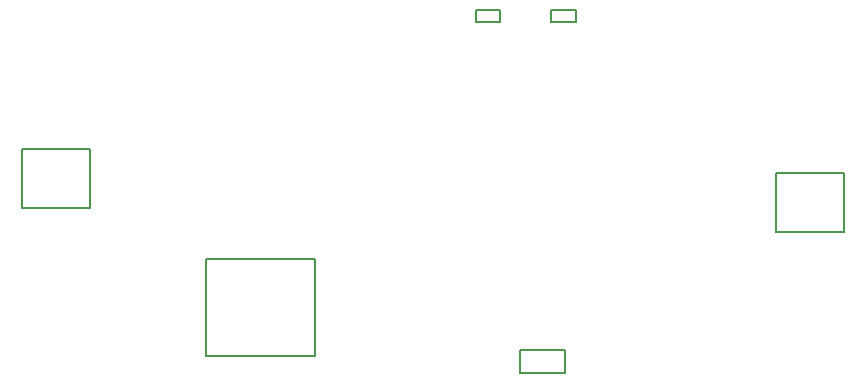
<source format=gbr>
G04*
G04 #@! TF.GenerationSoftware,Altium Limited,Altium Designer,24.9.1 (31)*
G04*
G04 Layer_Color=32768*
%FSLAX44Y44*%
%MOMM*%
G71*
G04*
G04 #@! TF.SameCoordinates,B653029B-541F-4617-83FB-ACABD9EDAD60*
G04*
G04*
G04 #@! TF.FilePolarity,Positive*
G04*
G01*
G75*
%ADD12C,0.2000*%
D12*
X594640Y672740D02*
Y754740D01*
X502640D02*
X594640D01*
X502640Y672740D02*
Y754740D01*
Y672740D02*
X594640D01*
X768109Y658270D02*
Y677770D01*
Y658270D02*
X806691D01*
Y677770D01*
X768109D02*
X806691D01*
X794818Y954758D02*
Y965482D01*
Y954758D02*
X815542D01*
Y965482D01*
X794818D02*
X815542D01*
X731023Y954758D02*
Y965482D01*
Y954758D02*
X751748D01*
Y965482D01*
X731023D02*
X751748D01*
X346590Y847960D02*
X404090D01*
X346590Y797960D02*
Y847960D01*
Y797960D02*
X404090D01*
Y847960D01*
X985290Y777640D02*
X1042790D01*
Y827640D01*
X985290D02*
X1042790D01*
X985290Y777640D02*
Y827640D01*
M02*

</source>
